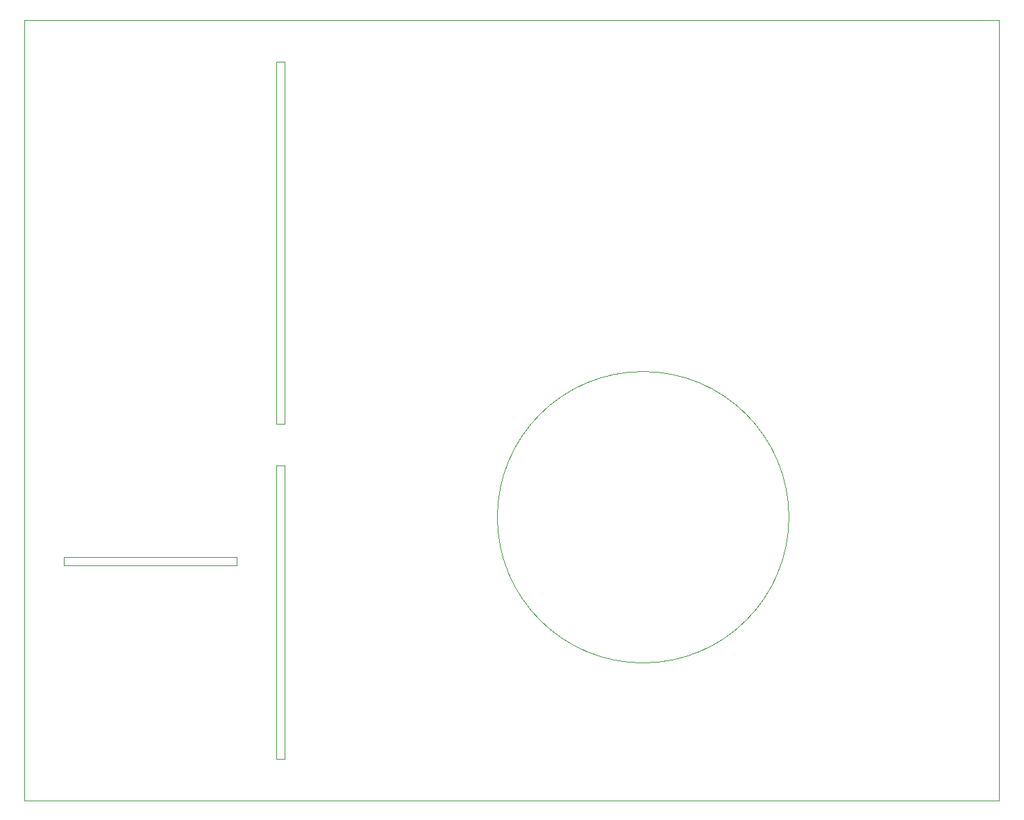
<source format=gbr>
G04 #@! TF.GenerationSoftware,KiCad,Pcbnew,(5.1.5)-3*
G04 #@! TF.CreationDate,2022-01-05T12:17:48-05:00*
G04 #@! TF.ProjectId,K3_RVFO,4b335f52-5646-44f2-9e6b-696361645f70,rev?*
G04 #@! TF.SameCoordinates,Original*
G04 #@! TF.FileFunction,Profile,NP*
%FSLAX46Y46*%
G04 Gerber Fmt 4.6, Leading zero omitted, Abs format (unit mm)*
G04 Created by KiCad (PCBNEW (5.1.5)-3) date 2022-01-05 12:17:48*
%MOMM*%
%LPD*%
G04 APERTURE LIST*
%ADD10C,0.050000*%
G04 APERTURE END LIST*
D10*
X61214000Y-104648000D02*
X40132000Y-104648000D01*
X61214000Y-105664000D02*
X61214000Y-104648000D01*
X40132000Y-105664000D02*
X61214000Y-105664000D01*
X40132000Y-104648000D02*
X40132000Y-105664000D01*
X128524000Y-99822000D02*
G75*
G03X128524000Y-99822000I-17780000J0D01*
G01*
X66040000Y-129286000D02*
X66040000Y-93472000D01*
X67056000Y-129286000D02*
X66040000Y-129286000D01*
X67056000Y-93472000D02*
X67056000Y-129286000D01*
X66040000Y-93472000D02*
X67056000Y-93472000D01*
X67056000Y-88392000D02*
X66040000Y-88392000D01*
X67056000Y-44196000D02*
X67056000Y-88392000D01*
X66040000Y-44196000D02*
X67056000Y-44196000D01*
X66040000Y-88392000D02*
X66040000Y-44196000D01*
X35306000Y-134366000D02*
X35306000Y-39116000D01*
X154178000Y-134366000D02*
X35306000Y-134366000D01*
X154178000Y-39116000D02*
X154178000Y-134366000D01*
X35306000Y-39116000D02*
X154178000Y-39116000D01*
M02*

</source>
